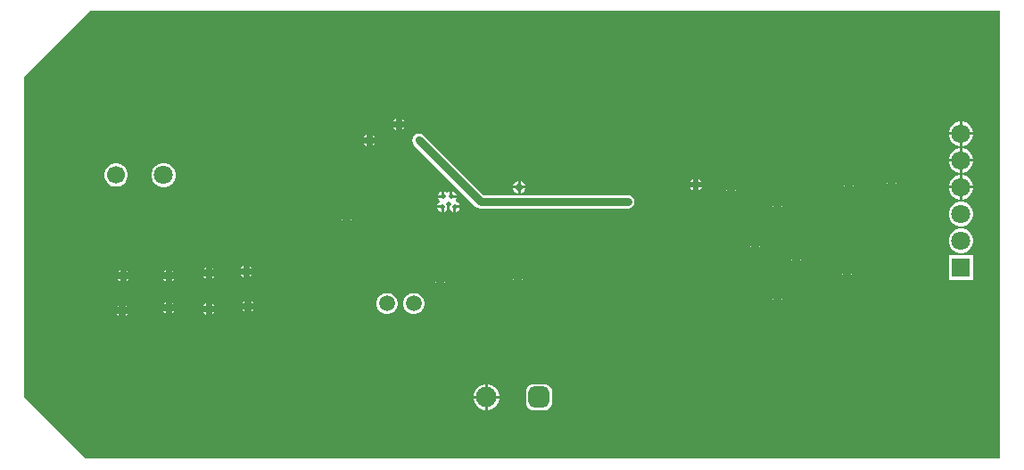
<source format=gbl>
G04*
G04 #@! TF.GenerationSoftware,Altium Limited,Altium Designer,24.2.2 (26)*
G04*
G04 Layer_Physical_Order=2*
G04 Layer_Color=16711680*
%FSLAX44Y44*%
%MOMM*%
G71*
G04*
G04 #@! TF.SameCoordinates,AEC4A8A8-F976-43A1-B07D-7652D342165A*
G04*
G04*
G04 #@! TF.FilePolarity,Positive*
G04*
G01*
G75*
%ADD56C,1.7000*%
%ADD57C,1.8000*%
%ADD67C,0.7620*%
%ADD78R,1.8000X1.8000*%
%ADD79C,1.5000*%
G04:AMPARAMS|DCode=80|XSize=1.95mm|YSize=1.95mm|CornerRadius=0.4875mm|HoleSize=0mm|Usage=FLASHONLY|Rotation=180.000|XOffset=0mm|YOffset=0mm|HoleType=Round|Shape=RoundedRectangle|*
%AMROUNDEDRECTD80*
21,1,1.9500,0.9750,0,0,180.0*
21,1,0.9750,1.9500,0,0,180.0*
1,1,0.9750,-0.4875,0.4875*
1,1,0.9750,0.4875,0.4875*
1,1,0.9750,0.4875,-0.4875*
1,1,0.9750,-0.4875,-0.4875*
%
%ADD80ROUNDEDRECTD80*%
%ADD81C,1.9500*%
%ADD82C,0.5080*%
%ADD83C,0.7000*%
G36*
X1179830Y820420D02*
X312420D01*
X254000Y878840D01*
Y1183520D01*
X316350Y1245870D01*
X1179830D01*
Y820420D01*
D02*
G37*
%LPC*%
G36*
X612775Y1143142D02*
Y1141095D01*
X614823D01*
X614720Y1141341D01*
X613021Y1143040D01*
X612775Y1143142D01*
D02*
G37*
G36*
X606425D02*
X606179Y1143040D01*
X604479Y1141341D01*
X604378Y1141095D01*
X606425D01*
Y1143142D01*
D02*
G37*
G36*
X614823Y1134745D02*
X612775D01*
Y1132698D01*
X613021Y1132800D01*
X614720Y1134499D01*
X614823Y1134745D01*
D02*
G37*
G36*
X606425D02*
X604378D01*
X604479Y1134499D01*
X606179Y1132800D01*
X606425Y1132698D01*
Y1134745D01*
D02*
G37*
G36*
X1144519Y1140570D02*
X1144270D01*
Y1130300D01*
X1154540D01*
Y1130549D01*
X1153754Y1133484D01*
X1152234Y1136116D01*
X1150086Y1138264D01*
X1147454Y1139783D01*
X1144519Y1140570D01*
D02*
G37*
G36*
X1141730D02*
X1141481D01*
X1138546Y1139783D01*
X1135914Y1138264D01*
X1133766Y1136116D01*
X1132246Y1133484D01*
X1131460Y1130549D01*
Y1130300D01*
X1141730D01*
Y1140570D01*
D02*
G37*
G36*
X584835Y1127903D02*
Y1125855D01*
X586883D01*
X586781Y1126101D01*
X585081Y1127801D01*
X584835Y1127903D01*
D02*
G37*
G36*
X578485D02*
X578239Y1127801D01*
X576539Y1126101D01*
X576437Y1125855D01*
X578485D01*
Y1127903D01*
D02*
G37*
G36*
X1154540Y1127760D02*
X1144270D01*
Y1117490D01*
X1144519D01*
X1147454Y1118277D01*
X1150086Y1119796D01*
X1152234Y1121944D01*
X1153754Y1124576D01*
X1154540Y1127511D01*
Y1127760D01*
D02*
G37*
G36*
X1141730D02*
X1131460D01*
Y1127511D01*
X1132246Y1124576D01*
X1133766Y1121944D01*
X1135914Y1119796D01*
X1138546Y1118277D01*
X1141481Y1117490D01*
X1141730D01*
Y1127760D01*
D02*
G37*
G36*
X586883Y1119505D02*
X584835D01*
Y1117458D01*
X585081Y1117560D01*
X586781Y1119259D01*
X586883Y1119505D01*
D02*
G37*
G36*
X578485D02*
X576437D01*
X576539Y1119259D01*
X578239Y1117560D01*
X578485Y1117458D01*
Y1119505D01*
D02*
G37*
G36*
X1144519Y1115170D02*
X1144270D01*
Y1104900D01*
X1154540D01*
Y1105149D01*
X1153754Y1108084D01*
X1152234Y1110716D01*
X1150086Y1112864D01*
X1147454Y1114383D01*
X1144519Y1115170D01*
D02*
G37*
G36*
X1141730D02*
X1141481D01*
X1138546Y1114383D01*
X1135914Y1112864D01*
X1133766Y1110716D01*
X1132246Y1108084D01*
X1131460Y1105149D01*
Y1104900D01*
X1141730D01*
Y1115170D01*
D02*
G37*
G36*
X1154540Y1102360D02*
X1144270D01*
Y1092090D01*
X1144519D01*
X1147454Y1092877D01*
X1150086Y1094396D01*
X1152234Y1096544D01*
X1153754Y1099176D01*
X1154540Y1102111D01*
Y1102360D01*
D02*
G37*
G36*
X1141730D02*
X1131460D01*
Y1102111D01*
X1132246Y1099176D01*
X1133766Y1096544D01*
X1135914Y1094396D01*
X1138546Y1092877D01*
X1141481Y1092090D01*
X1141730D01*
Y1102360D01*
D02*
G37*
G36*
X1080770Y1090582D02*
Y1089660D01*
X1081692D01*
X1080770Y1090582D01*
D02*
G37*
G36*
X1073150D02*
X1072228Y1089660D01*
X1073150D01*
Y1090582D01*
D02*
G37*
G36*
X1040130Y1088042D02*
Y1087120D01*
X1041052D01*
X1040130Y1088042D01*
D02*
G37*
G36*
X1032510D02*
X1031588Y1087120D01*
X1032510D01*
Y1088042D01*
D02*
G37*
G36*
X928370Y1084232D02*
Y1083310D01*
X929292D01*
X928370Y1084232D01*
D02*
G37*
G36*
X920750D02*
X919828Y1083310D01*
X920750D01*
Y1084232D01*
D02*
G37*
G36*
X894080Y1086255D02*
Y1083310D01*
X897026D01*
X896661Y1084191D01*
X894961Y1085891D01*
X894080Y1086255D01*
D02*
G37*
G36*
X889000D02*
X888119Y1085891D01*
X886420Y1084191D01*
X886055Y1083310D01*
X889000D01*
Y1086255D01*
D02*
G37*
G36*
X1081692Y1082040D02*
X1080770D01*
Y1081118D01*
X1081692Y1082040D01*
D02*
G37*
G36*
X1073150D02*
X1072228D01*
X1073150Y1081118D01*
Y1082040D01*
D02*
G37*
G36*
X1144519Y1089770D02*
X1144270D01*
Y1079500D01*
X1154540D01*
Y1079749D01*
X1153754Y1082684D01*
X1152234Y1085316D01*
X1150086Y1087464D01*
X1147454Y1088984D01*
X1144519Y1089770D01*
D02*
G37*
G36*
X725170Y1084242D02*
Y1079500D01*
X729912D01*
X729020Y1081651D01*
X727321Y1083351D01*
X725170Y1084242D01*
D02*
G37*
G36*
X722630D02*
X720479Y1083351D01*
X718780Y1081651D01*
X717888Y1079500D01*
X722630D01*
Y1084242D01*
D02*
G37*
G36*
X1141730Y1089770D02*
X1141481D01*
X1138546Y1088984D01*
X1135914Y1087464D01*
X1133766Y1085316D01*
X1132246Y1082684D01*
X1131460Y1079749D01*
Y1079500D01*
X1141730D01*
Y1089770D01*
D02*
G37*
G36*
X342533Y1100700D02*
X339627D01*
X336819Y1099948D01*
X334301Y1098494D01*
X332246Y1096439D01*
X330792Y1093921D01*
X330040Y1091113D01*
Y1088207D01*
X330792Y1085399D01*
X332246Y1082881D01*
X334301Y1080826D01*
X336819Y1079372D01*
X339627Y1078620D01*
X342533D01*
X345341Y1079372D01*
X347859Y1080826D01*
X349914Y1082881D01*
X351368Y1085399D01*
X352120Y1088207D01*
Y1091113D01*
X351368Y1093921D01*
X349914Y1096439D01*
X347859Y1098494D01*
X345341Y1099948D01*
X342533Y1100700D01*
D02*
G37*
G36*
X1041052Y1079500D02*
X1040130D01*
Y1078578D01*
X1041052Y1079500D01*
D02*
G37*
G36*
X1032510D02*
X1031588D01*
X1032510Y1078578D01*
Y1079500D01*
D02*
G37*
G36*
X387599Y1101200D02*
X384561D01*
X381626Y1100414D01*
X378994Y1098894D01*
X376846Y1096746D01*
X375326Y1094114D01*
X374540Y1091179D01*
Y1088141D01*
X375326Y1085206D01*
X376846Y1082574D01*
X378994Y1080426D01*
X381626Y1078906D01*
X384561Y1078120D01*
X387599D01*
X390534Y1078906D01*
X393166Y1080426D01*
X395314Y1082574D01*
X396833Y1085206D01*
X397620Y1088141D01*
Y1091179D01*
X396833Y1094114D01*
X395314Y1096746D01*
X393166Y1098894D01*
X390534Y1100414D01*
X387599Y1101200D01*
D02*
G37*
G36*
X897026Y1078230D02*
X894080D01*
Y1075285D01*
X894961Y1075649D01*
X896661Y1077349D01*
X897026Y1078230D01*
D02*
G37*
G36*
X889000D02*
X886055D01*
X886420Y1077349D01*
X888119Y1075649D01*
X889000Y1075285D01*
Y1078230D01*
D02*
G37*
G36*
X929292Y1075690D02*
X928370D01*
Y1074768D01*
X929292Y1075690D01*
D02*
G37*
G36*
X920750D02*
X919828D01*
X920750Y1074768D01*
Y1075690D01*
D02*
G37*
G36*
X657860Y1074313D02*
X656252Y1073647D01*
X655320Y1072714D01*
X654388Y1073647D01*
X652780Y1074313D01*
Y1069340D01*
X651510D01*
Y1068070D01*
X646537D01*
X647203Y1066462D01*
X648134Y1065532D01*
X647933Y1064075D01*
X647933Y1064074D01*
X646504Y1062646D01*
X645838Y1061038D01*
X650811D01*
Y1059768D01*
X652081D01*
Y1054796D01*
X653688Y1055461D01*
X655076Y1056849D01*
X655320Y1056748D01*
Y1061720D01*
X657860D01*
Y1056748D01*
X658048Y1056825D01*
X659412Y1055461D01*
X661019Y1054796D01*
Y1059768D01*
X662289D01*
Y1061038D01*
X667262D01*
X666596Y1062646D01*
X665167Y1064075D01*
X663525Y1064755D01*
X663180Y1065580D01*
X663092Y1066118D01*
X663437Y1066462D01*
X664102Y1068070D01*
X659130D01*
Y1069340D01*
X657860D01*
Y1074313D01*
D02*
G37*
G36*
X729912Y1076960D02*
X725170D01*
Y1072218D01*
X727321Y1073110D01*
X729020Y1074809D01*
X729912Y1076960D01*
D02*
G37*
G36*
X722630D02*
X717888D01*
X718780Y1074809D01*
X720479Y1073110D01*
X722630Y1072218D01*
Y1076960D01*
D02*
G37*
G36*
X660400Y1074313D02*
Y1070610D01*
X664102D01*
X663437Y1072218D01*
X662008Y1073647D01*
X660400Y1074313D01*
D02*
G37*
G36*
X650240D02*
X648632Y1073647D01*
X647203Y1072218D01*
X646537Y1070610D01*
X650240D01*
Y1074313D01*
D02*
G37*
G36*
X972820Y1068992D02*
Y1068070D01*
X973742D01*
X972820Y1068992D01*
D02*
G37*
G36*
X965200D02*
X964278Y1068070D01*
X965200D01*
Y1068992D01*
D02*
G37*
G36*
X1154540Y1076960D02*
X1144270D01*
Y1066690D01*
X1144519D01*
X1147454Y1067477D01*
X1150086Y1068996D01*
X1152234Y1071144D01*
X1153754Y1073776D01*
X1154540Y1076711D01*
Y1076960D01*
D02*
G37*
G36*
X1141730D02*
X1131460D01*
Y1076711D01*
X1132246Y1073776D01*
X1133766Y1071144D01*
X1135914Y1068996D01*
X1138546Y1067477D01*
X1141481Y1066690D01*
X1141730D01*
Y1076960D01*
D02*
G37*
G36*
X973742Y1060450D02*
X972820D01*
Y1059528D01*
X973742Y1060450D01*
D02*
G37*
G36*
X965200D02*
X964278D01*
X965200Y1059528D01*
Y1060450D01*
D02*
G37*
G36*
X628650Y1129154D02*
X626172Y1128662D01*
X624072Y1127258D01*
X622668Y1125158D01*
X622176Y1122680D01*
X622668Y1120202D01*
X624072Y1118102D01*
X682492Y1059682D01*
X684592Y1058278D01*
X687070Y1057786D01*
X826770D01*
X829248Y1058278D01*
X831348Y1059682D01*
X832752Y1061782D01*
X833244Y1064260D01*
X832752Y1066738D01*
X831348Y1068838D01*
X829248Y1070242D01*
X826770Y1070734D01*
X689752D01*
X633228Y1127258D01*
X631128Y1128662D01*
X628650Y1129154D01*
D02*
G37*
G36*
X563880Y1056292D02*
Y1055370D01*
X564802D01*
X563880Y1056292D01*
D02*
G37*
G36*
X556260D02*
X555338Y1055370D01*
X556260D01*
Y1056292D01*
D02*
G37*
G36*
X667262Y1058498D02*
X663559D01*
Y1054796D01*
X665167Y1055461D01*
X666596Y1056890D01*
X667262Y1058498D01*
D02*
G37*
G36*
X649541D02*
X645838D01*
X646504Y1056890D01*
X647933Y1055461D01*
X649541Y1054796D01*
Y1058498D01*
D02*
G37*
G36*
X564802Y1047750D02*
X563880D01*
Y1046828D01*
X564802Y1047750D01*
D02*
G37*
G36*
X556260D02*
X555338D01*
X556260Y1046828D01*
Y1047750D01*
D02*
G37*
G36*
X1144519Y1064370D02*
X1141481D01*
X1138546Y1063584D01*
X1135914Y1062064D01*
X1133766Y1059916D01*
X1132246Y1057284D01*
X1131460Y1054349D01*
Y1051311D01*
X1132246Y1048376D01*
X1133766Y1045744D01*
X1135914Y1043596D01*
X1138546Y1042076D01*
X1141481Y1041290D01*
X1144519D01*
X1147454Y1042076D01*
X1150086Y1043596D01*
X1152234Y1045744D01*
X1153754Y1048376D01*
X1154540Y1051311D01*
Y1054349D01*
X1153754Y1057284D01*
X1152234Y1059916D01*
X1150086Y1062064D01*
X1147454Y1063584D01*
X1144519Y1064370D01*
D02*
G37*
G36*
X951230Y1030892D02*
Y1029970D01*
X952152D01*
X951230Y1030892D01*
D02*
G37*
G36*
X943610D02*
X942688Y1029970D01*
X943610D01*
Y1030892D01*
D02*
G37*
G36*
X952152Y1022350D02*
X951230D01*
Y1021428D01*
X952152Y1022350D01*
D02*
G37*
G36*
X943610D02*
X942688D01*
X943610Y1021428D01*
Y1022350D01*
D02*
G37*
G36*
X990600Y1018192D02*
Y1017270D01*
X991522D01*
X990600Y1018192D01*
D02*
G37*
G36*
X982980D02*
X982058Y1017270D01*
X982980D01*
Y1018192D01*
D02*
G37*
G36*
X1144519Y1038970D02*
X1141481D01*
X1138546Y1038184D01*
X1135914Y1036664D01*
X1133766Y1034516D01*
X1132246Y1031884D01*
X1131460Y1028949D01*
Y1025911D01*
X1132246Y1022976D01*
X1133766Y1020344D01*
X1135914Y1018196D01*
X1138546Y1016676D01*
X1141481Y1015890D01*
X1144519D01*
X1147454Y1016676D01*
X1150086Y1018196D01*
X1152234Y1020344D01*
X1153754Y1022976D01*
X1154540Y1025911D01*
Y1028949D01*
X1153754Y1031884D01*
X1152234Y1034516D01*
X1150086Y1036664D01*
X1147454Y1038184D01*
X1144519Y1038970D01*
D02*
G37*
G36*
X991522Y1009650D02*
X990600D01*
Y1008728D01*
X991522Y1009650D01*
D02*
G37*
G36*
X982980D02*
X982058D01*
X982980Y1008728D01*
Y1009650D01*
D02*
G37*
G36*
X1038860Y1004222D02*
Y1003300D01*
X1039782D01*
X1038860Y1004222D01*
D02*
G37*
G36*
X1031240D02*
X1030318Y1003300D01*
X1031240D01*
Y1004222D01*
D02*
G37*
G36*
X467995Y1003443D02*
Y1001395D01*
X470042D01*
X469940Y1001641D01*
X468241Y1003341D01*
X467995Y1003443D01*
D02*
G37*
G36*
X461645D02*
X461399Y1003341D01*
X459700Y1001641D01*
X459598Y1001395D01*
X461645D01*
Y1003443D01*
D02*
G37*
G36*
X432435Y1002172D02*
Y1000125D01*
X434482D01*
X434380Y1000371D01*
X432681Y1002070D01*
X432435Y1002172D01*
D02*
G37*
G36*
X426085D02*
X425839Y1002070D01*
X424140Y1000371D01*
X424038Y1000125D01*
X426085D01*
Y1002172D01*
D02*
G37*
G36*
X726440Y999142D02*
Y998220D01*
X727362D01*
X726440Y999142D01*
D02*
G37*
G36*
X718820D02*
X717898Y998220D01*
X718820D01*
Y999142D01*
D02*
G37*
G36*
X394335Y999632D02*
Y997585D01*
X396382D01*
X396281Y997831D01*
X394581Y999530D01*
X394335Y999632D01*
D02*
G37*
G36*
X387985D02*
X387739Y999530D01*
X386040Y997831D01*
X385938Y997585D01*
X387985D01*
Y999632D01*
D02*
G37*
G36*
X351155D02*
Y997585D01*
X353203D01*
X353101Y997831D01*
X351401Y999530D01*
X351155Y999632D01*
D02*
G37*
G36*
X344805D02*
X344559Y999530D01*
X342859Y997831D01*
X342757Y997585D01*
X344805D01*
Y999632D01*
D02*
G37*
G36*
X652780Y996602D02*
Y995680D01*
X653702D01*
X652780Y996602D01*
D02*
G37*
G36*
X645160D02*
X644238Y995680D01*
X645160D01*
Y996602D01*
D02*
G37*
G36*
X1039782Y995680D02*
X1038860D01*
Y994758D01*
X1039782Y995680D01*
D02*
G37*
G36*
X1031240D02*
X1030318D01*
X1031240Y994758D01*
Y995680D01*
D02*
G37*
G36*
X470042Y995045D02*
X467995D01*
Y992998D01*
X468241Y993100D01*
X469940Y994799D01*
X470042Y995045D01*
D02*
G37*
G36*
X461645D02*
X459598D01*
X459700Y994799D01*
X461399Y993100D01*
X461645Y992998D01*
Y995045D01*
D02*
G37*
G36*
X434482Y993775D02*
X432435D01*
Y991728D01*
X432681Y991830D01*
X434380Y993529D01*
X434482Y993775D01*
D02*
G37*
G36*
X426085D02*
X424038D01*
X424140Y993529D01*
X425839Y991830D01*
X426085Y991728D01*
Y993775D01*
D02*
G37*
G36*
X1154540Y1013570D02*
X1131460D01*
Y990490D01*
X1154540D01*
Y1013570D01*
D02*
G37*
G36*
X727362Y990600D02*
X726440D01*
Y989678D01*
X727362Y990600D01*
D02*
G37*
G36*
X718820D02*
X717898D01*
X718820Y989678D01*
Y990600D01*
D02*
G37*
G36*
X396382Y991235D02*
X394335D01*
Y989187D01*
X394581Y989289D01*
X396281Y990989D01*
X396382Y991235D01*
D02*
G37*
G36*
X387985D02*
X385938D01*
X386040Y990989D01*
X387739Y989289D01*
X387985Y989187D01*
Y991235D01*
D02*
G37*
G36*
X353203D02*
X351155D01*
Y989187D01*
X351401Y989289D01*
X353101Y990989D01*
X353203Y991235D01*
D02*
G37*
G36*
X344805D02*
X342757D01*
X342859Y990989D01*
X344559Y989289D01*
X344805Y989187D01*
Y991235D01*
D02*
G37*
G36*
X653702Y988060D02*
X652780D01*
Y987138D01*
X653702Y988060D01*
D02*
G37*
G36*
X645160D02*
X644238D01*
X645160Y987138D01*
Y988060D01*
D02*
G37*
G36*
X972820Y981052D02*
Y980130D01*
X973742D01*
X972820Y981052D01*
D02*
G37*
G36*
X965200D02*
X964278Y980130D01*
X965200D01*
Y981052D01*
D02*
G37*
G36*
X973742Y972510D02*
X972820D01*
Y971588D01*
X973742Y972510D01*
D02*
G37*
G36*
X965200D02*
X964278D01*
X965200Y971588D01*
Y972510D01*
D02*
G37*
G36*
X469265Y970423D02*
Y968375D01*
X471312D01*
X471211Y968621D01*
X469511Y970321D01*
X469265Y970423D01*
D02*
G37*
G36*
X462915D02*
X462669Y970321D01*
X460970Y968621D01*
X460868Y968375D01*
X462915D01*
Y970423D01*
D02*
G37*
G36*
X394335Y969153D02*
Y967105D01*
X396382D01*
X396281Y967351D01*
X394581Y969051D01*
X394335Y969153D01*
D02*
G37*
G36*
X387985D02*
X387739Y969051D01*
X386040Y967351D01*
X385938Y967105D01*
X387985D01*
Y969153D01*
D02*
G37*
G36*
X432435Y967883D02*
Y965835D01*
X434482D01*
X434380Y966081D01*
X432681Y967781D01*
X432435Y967883D01*
D02*
G37*
G36*
X426085D02*
X425839Y967781D01*
X424140Y966081D01*
X424038Y965835D01*
X426085D01*
Y967883D01*
D02*
G37*
G36*
X349885Y966612D02*
Y964565D01*
X351932D01*
X351830Y964811D01*
X350131Y966510D01*
X349885Y966612D01*
D02*
G37*
G36*
X343535D02*
X343289Y966510D01*
X341590Y964811D01*
X341488Y964565D01*
X343535D01*
Y966612D01*
D02*
G37*
G36*
X471312Y962025D02*
X469265D01*
Y959977D01*
X469511Y960079D01*
X471211Y961779D01*
X471312Y962025D01*
D02*
G37*
G36*
X462915D02*
X460868D01*
X460970Y961779D01*
X462669Y960079D01*
X462915Y959977D01*
Y962025D01*
D02*
G37*
G36*
X396382Y960755D02*
X394335D01*
Y958708D01*
X394581Y958810D01*
X396281Y960509D01*
X396382Y960755D01*
D02*
G37*
G36*
X387985D02*
X385938D01*
X386040Y960509D01*
X387739Y958810D01*
X387985Y958708D01*
Y960755D01*
D02*
G37*
G36*
X624892Y977780D02*
X622248D01*
X619695Y977096D01*
X617405Y975774D01*
X615536Y973905D01*
X614214Y971615D01*
X613530Y969062D01*
Y966418D01*
X614214Y963865D01*
X615536Y961575D01*
X617405Y959706D01*
X619695Y958384D01*
X622248Y957700D01*
X624892D01*
X627445Y958384D01*
X629735Y959706D01*
X631604Y961575D01*
X632926Y963865D01*
X633610Y966418D01*
Y969062D01*
X632926Y971615D01*
X631604Y973905D01*
X629735Y975774D01*
X627445Y977096D01*
X624892Y977780D01*
D02*
G37*
G36*
X599492D02*
X596848D01*
X594295Y977096D01*
X592005Y975774D01*
X590136Y973905D01*
X588814Y971615D01*
X588130Y969062D01*
Y966418D01*
X588814Y963865D01*
X590136Y961575D01*
X592005Y959706D01*
X594295Y958384D01*
X596848Y957700D01*
X599492D01*
X602045Y958384D01*
X604335Y959706D01*
X606204Y961575D01*
X607526Y963865D01*
X608210Y966418D01*
Y969062D01*
X607526Y971615D01*
X606204Y973905D01*
X604335Y975774D01*
X602045Y977096D01*
X599492Y977780D01*
D02*
G37*
G36*
X434482Y959485D02*
X432435D01*
Y957438D01*
X432681Y957540D01*
X434380Y959239D01*
X434482Y959485D01*
D02*
G37*
G36*
X426085D02*
X424038D01*
X424140Y959239D01*
X425839Y957540D01*
X426085Y957438D01*
Y959485D01*
D02*
G37*
G36*
X351932Y958215D02*
X349885D01*
Y956168D01*
X350131Y956270D01*
X351830Y957969D01*
X351932Y958215D01*
D02*
G37*
G36*
X343535D02*
X341488D01*
X341590Y957969D01*
X343289Y956270D01*
X343535Y956168D01*
Y958215D01*
D02*
G37*
G36*
X694168Y891170D02*
X693820D01*
Y880150D01*
X704840D01*
Y880498D01*
X704003Y883624D01*
X702384Y886426D01*
X700096Y888715D01*
X697294Y890332D01*
X694168Y891170D01*
D02*
G37*
G36*
X691280D02*
X690932D01*
X687806Y890332D01*
X685004Y888715D01*
X682716Y886426D01*
X681097Y883624D01*
X680260Y880498D01*
Y880150D01*
X691280D01*
Y891170D01*
D02*
G37*
G36*
X704840Y877610D02*
X693820D01*
Y866590D01*
X694168D01*
X697294Y867428D01*
X700096Y869046D01*
X702384Y871334D01*
X704003Y874136D01*
X704840Y877262D01*
Y877610D01*
D02*
G37*
G36*
X691280D02*
X680260D01*
Y877262D01*
X681097Y874136D01*
X682716Y871334D01*
X685004Y869046D01*
X687806Y867428D01*
X690932Y866590D01*
X691280D01*
Y877610D01*
D02*
G37*
G36*
X747425Y891234D02*
X737675D01*
X735739Y890979D01*
X733935Y890232D01*
X732387Y889043D01*
X731198Y887495D01*
X730451Y885691D01*
X730196Y883755D01*
Y874005D01*
X730451Y872069D01*
X731198Y870266D01*
X732387Y868717D01*
X733935Y867528D01*
X735739Y866781D01*
X737675Y866526D01*
X747425D01*
X749361Y866781D01*
X751164Y867528D01*
X752713Y868717D01*
X753902Y870266D01*
X754649Y872069D01*
X754904Y874005D01*
Y883755D01*
X754649Y885691D01*
X753902Y887495D01*
X752713Y889043D01*
X751164Y890232D01*
X749361Y890979D01*
X747425Y891234D01*
D02*
G37*
%LPD*%
D56*
X341080Y1089660D02*
D03*
D57*
X1143000Y1052830D02*
D03*
Y1027430D02*
D03*
Y1078230D02*
D03*
Y1103630D02*
D03*
Y1129030D02*
D03*
X386080Y1089660D02*
D03*
D67*
X628650Y1122680D02*
X687070Y1064260D01*
X826770D01*
D78*
X1143000Y1002030D02*
D03*
D79*
X598170Y967740D02*
D03*
X623570D02*
D03*
D80*
X742550Y878880D02*
D03*
D81*
X692550D02*
D03*
D82*
X659130Y1069340D02*
D03*
X662289Y1059768D02*
D03*
X650811D02*
D03*
X656590Y1061720D02*
D03*
X651510Y1069340D02*
D03*
D83*
X969010Y976320D02*
D03*
X826770Y1064260D02*
D03*
X891540Y1080770D02*
D03*
X924560Y1079500D02*
D03*
X947420Y1026160D02*
D03*
X969010Y1064260D02*
D03*
X986790Y1013460D02*
D03*
X1035050Y999490D02*
D03*
X1036320Y1083310D02*
D03*
X1076960Y1085850D02*
D03*
X723900Y1078230D02*
D03*
X628650Y1122680D02*
D03*
X648970Y991870D02*
D03*
X722630Y994410D02*
D03*
X609600Y1137920D02*
D03*
X581660Y1122680D02*
D03*
X560070Y1051560D02*
D03*
X466090Y965200D02*
D03*
X464820Y998220D02*
D03*
X429260Y962660D02*
D03*
Y996950D02*
D03*
X391160Y963930D02*
D03*
Y994410D02*
D03*
X346710Y961390D02*
D03*
X347980Y994410D02*
D03*
M02*

</source>
